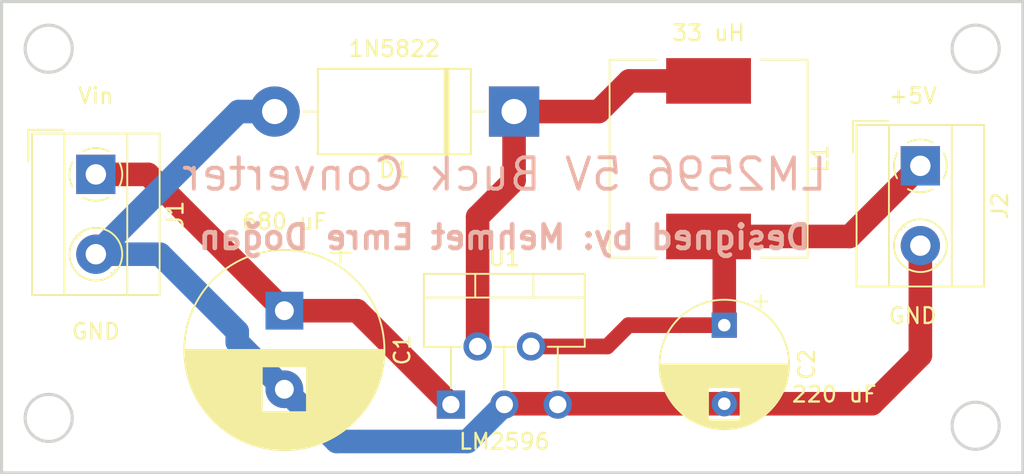
<source format=kicad_pcb>
(kicad_pcb (version 20211014) (generator pcbnew)
  (title_block (title "LM2596 Based 5V Regulator") (date "2022-02-27") (rev "v1.0") (comment 1 "creativecommons.org/licenses/by/4.0/") (comment 2 "License: CC BY 4.0") (comment 3 "Author: Mehmet Emre Doğan"))
  (layers (0 "F.Cu" power) (31 "B.Cu" power) (34 "B.Paste" user) (35 "F.Paste" user) (36 "B.SilkS" user "B.Silkscreen") (37 "F.SilkS" user "F.Silkscreen") (38 "B.Mask" user) (39 "F.Mask" user) (44 "Edge.Cuts" user))
  (net 0 "")
  (net 1 "VCC")
  (net 2 "GND")
  (net 3 "Net-(C2-Pad1)")
  (net 4 "Net-(D1-Pad1)")
  (footprint "TerminalBlock_MetzConnect:TerminalBlock_MetzConnect_Type101_RT01602HBWC_1x02_P5.08mm_Horizontal" (layer "F.Cu") (at 157.48 95.455 -90)
    (fp_text reference "J2" (at 2.54 -5.06 90) (layer "F.SilkS"))
    (fp_text value "Output")
    (fp_line (start -2.6 -2) (end 7.68 -2) (layer "F.SilkS") (width 0.12))
    (fp_line (start -2.6 2) (end 7.68 2) (layer "F.SilkS") (width 0.12))
    (fp_line (start -2.6 -4.06) (end -2.6 4.06) (layer "F.SilkS") (width 0.12))
    (fp_line (start -2.84 4.3) (end -0.84 4.3) (layer "F.SilkS") (width 0.12))
    (fp_line (start 3.9 0.976) (end 3.806 1.069) (layer "F.SilkS") (width 0.12))
    (fp_line (start -2.6 4.06) (end 7.68 4.06) (layer "F.SilkS") (width 0.12))
    (fp_line (start 6.355 -1.069) (end 6.261 -0.976) (layer "F.SilkS") (width 0.12))
    (fp_line (start 4.07 1.216) (end 4.011 1.274) (layer "F.SilkS") (width 0.12))
    (fp_line (start 7.68 -4.06) (end 7.68 4.06) (layer "F.SilkS") (width 0.12))
    (fp_line (start -2.6 -4.06) (end 7.68 -4.06) (layer "F.SilkS") (width 0.12))
    (fp_line (start -2.84 2.06) (end -2.84 4.3) (layer "F.SilkS") (width 0.12))
    (fp_line (start 6.15 -1.275) (end 6.091 -1.216) (layer "F.SilkS") (width 0.12))
    (fp_arc (start -0.789089 -1.483953) (mid -0.00005 -1.680708) (end 0.789 -1.484) (layer "F.SilkS") (width 0.12))
    (fp_arc (start 1.483953 -0.789089) (mid 1.680708 -0.00005) (end 1.484 0.789) (layer "F.SilkS") (width 0.12))
    (fp_arc (start 0.788712 1.483352) (mid 0.406429 1.630097) (end 0 1.68) (layer "F.SilkS") (width 0.12))
    (fp_arc (start 0.029383 1.68045) (mid -0.392304 1.634281) (end -0.789 1.484) (layer "F.SilkS") (width 0.12))
    (fp_arc (start -1.483953 0.789089) (mid -1.680708 0.00005) (end -1.484 -0.789) (layer "F.SilkS") (width 0.12))
    (fp_circle (center 5.08 0) (end 6.76 0) (layer "F.SilkS") (width 0.12) (fill none))
    (pad "1" thru_hole rect (at 0 0 270) (size 2.5 2.5) (drill 1.3) (layers *.Cu *.Mask) (net 3 "Net-(C2-Pad1)"))
    (pad "2" thru_hole circle (at 5.08 0 270) (size 2.5 2.5) (drill 1.3) (layers *.Cu *.Mask) (net 2 "GND"))
  )
  (footprint "Package_TO_SOT_THT:TO-220-5_P3.4x3.7mm_StaggerOdd_Lead3.8mm_Vertical" (layer "F.Cu") (at 127.6 110.65)
    (fp_text reference "U1" (at 3.4 -9.32) (layer "F.SilkS"))
    (fp_text value "LM2596T-5")
    (fp_line (start 8.52 -8.32) (end 8.52 -3.679) (layer "F.SilkS") (width 0.12))
    (fp_line (start 0 -3.679) (end 0 -1.049) (layer "F.SilkS") (width 0.12))
    (fp_line (start 6.8 -3.679) (end 6.8 -1.065) (layer "F.SilkS") (width 0.12))
    (fp_line (start -1.721 -6.811) (end 8.52 -6.811) (layer "F.SilkS") (width 0.12))
    (fp_line (start 2.765 -3.679) (end 4.035 -3.679) (layer "F.SilkS") (width 0.12))
    (fp_line (start 3.4 -3.679) (end 3.4 -1.065) (layer "F.SilkS") (width 0.12))
    (fp_line (start 6.165 -3.679) (end 8.52 -3.679) (layer "F.SilkS") (width 0.12))
    (fp_line (start -1.721 -3.679) (end 0.635 -3.679) (layer "F.SilkS") (width 0.12))
    (fp_line (start 5.25 -8.32) (end 5.25 -6.811) (layer "F.SilkS") (width 0.12))
    (fp_line (start 1.55 -8.32) (end 1.55 -6.811) (layer "F.SilkS") (width 0.12))
    (fp_line (start -1.721 -8.32) (end 8.52 -8.32) (layer "F.SilkS") (width 0.12))
    (fp_line (start -1.721 -8.32) (end -1.721 -3.679) (layer "F.SilkS") (width 0.12))
    (pad "1" thru_hole rect (at 0 0) (size 1.8 1.8) (drill 1.1) (layers *.Cu *.Mask) (net 1 "VCC"))
    (pad "2" thru_hole oval (at 1.7 -3.7) (size 1.8 1.8) (drill 1.1) (layers *.Cu *.Mask) (net 4 "Net-(D1-Pad1)"))
    (pad "3" thru_hole oval (at 3.4 0) (size 1.8 1.8) (drill 1.1) (layers *.Cu *.Mask) (net 2 "GND"))
    (pad "4" thru_hole oval (at 5.1 -3.7) (size 1.8 1.8) (drill 1.1) (layers *.Cu *.Mask) (net 3 "Net-(C2-Pad1)"))
    (pad "5" thru_hole oval (at 6.8 0) (size 1.8 1.8) (drill 1.1) (layers *.Cu *.Mask) (net 2 "GND"))
  )
  (footprint "Capacitor_THT:CP_Radial_D8.0mm_P5.00mm" (layer "F.Cu") (at 145 105.597349 -90)
    (fp_text reference "C2" (at 2.5 -5.25 90) (layer "F.SilkS"))
    (fp_text value "220uF")
    (fp_line (start 4.981 1.04) (end 4.981 3.25) (layer "F.SilkS") (width 0.12))
    (fp_line (start 5.101 1.04) (end 5.101 3.156) (layer "F.SilkS") (width 0.12))
    (fp_line (start 3.381 -3.985) (end 3.381 3.985) (layer "F.SilkS") (width 0.12))
    (fp_line (start 4.501 -3.562) (end 4.501 -1.04) (layer "F.SilkS") (width 0.12))
    (fp_line (start 4.901 1.04) (end 4.901 3.309) (layer "F.SilkS") (width 0.12))
    (fp_line (start 6.261 -1.645) (end 6.261 1.645) (layer "F.SilkS") (width 0.12))
    (fp_line (start 2.66 -4.077) (end 2.66 4.077) (layer "F.SilkS") (width 0.12))
    (fp_line (start 3.421 -3.976) (end 3.421 3.976) (layer "F.SilkS") (width 0.12))
    (fp_line (start 2.98 -4.052) (end 2.98 4.052) (layer "F.SilkS") (width 0.12))
    (fp_line (start 4.661 1.04) (end 4.661 3.469) (layer "F.SilkS") (width 0.12))
    (fp_line (start 3.941 -3.821) (end 3.941 3.821) (layer "F.SilkS") (width 0.12))
    (fp_line (start 6.181 -1.813) (end 6.181 1.813) (layer "F.SilkS") (width 0.12))
    (fp_line (start 6.501 -0.948) (end 6.501 0.948) (layer "F.SilkS") (width 0.12))
    (fp_line (start 3.901 -3.835) (end 3.901 3.835) (layer "F.SilkS") (width 0.12))
    (fp_line (start 5.341 -2.945) (end 5.341 -1.04) (layer "F.SilkS") (width 0.12))
    (fp_line (start -1.509698 -2.715) (end -1.509698 -1.915) (layer "F.SilkS") (width 0.12))
    (fp_line (start 4.181 -3.722) (end 4.181 -1.04) (layer "F.SilkS") (width 0.12))
    (fp_line (start 5.861 1.04) (end 5.861 2.345) (layer "F.SilkS") (width 0.12))
    (fp_line (start 5.981 -2.166) (end 5.981 -1.04) (layer "F.SilkS") (width 0.12))
    (fp_line (start 5.581 1.04) (end 5.581 2.697) (layer "F.SilkS") (width 0.12))
    (fp_line (start 4.821 1.04) (end 4.821 3.365) (layer "F.SilkS") (width 0.12))
    (fp_line (start 5.381 -2.907) (end 5.381 -1.04) (layer "F.SilkS") (width 0.12))
    (fp_line (start 3.741 -3.889) (end 3.741 3.889) (layer "F.SilkS") (width 0.12))
    (fp_line (start 5.061 -3.189) (end 5.061 -1.04) (layer "F.SilkS") (width 0.12))
    (fp_line (start 4.101 1.04) (end 4.101 3.757) (layer "F.SilkS") (width 0.12))
    (fp_line (start 5.261 -3.019) (end 5.261 -1.04) (layer "F.SilkS") (width 0.12))
    (fp_line (start 5.621 -2.651) (end 5.621 -1.04) (layer "F.SilkS") (width 0.12))
    (fp_line (start 4.821 -3.365) (end 4.821 -1.04) (layer "F.SilkS") (width 0.12))
    (fp_line (start 2.94 -4.057) (end 2.94 4.057) (layer "F.SilkS") (width 0.12))
    (fp_line (start 5.821 1.04) (end 5.821 2.4) (layer "F.SilkS") (width 0.12))
    (fp_line (start 4.021 -3.79) (end 4.021 -1.04) (layer "F.SilkS") (width 0.12))
    (fp_line (start 3.621 -3.925) (end 3.621 3.925) (layer "F.SilkS") (width 0.12))
    (fp_line (start 5.341 1.04) (end 5.341 2.945) (layer "F.SilkS") (width 0.12))
    (fp_line (start 5.181 1.04) (end 5.181 3.09) (layer "F.SilkS") (width 0.12))
    (fp_line (start 3.781 -3.877) (end 3.781 3.877) (layer "F.SilkS") (width 0.12))
    (fp_line (start 6.221 -1.731) (end 6.221 1.731) (layer "F.SilkS") (width 0.12))
    (fp_line (start 4.221 1.04) (end 4.221 3.704) (layer "F.SilkS") (width 0.12))
    (fp_line (start 5.501 1.04) (end 5.501 2.784) (layer "F.SilkS") (width 0.12))
    (fp_line (start 4.141 -3.74) (end 4.141 -1.04) (layer "F.SilkS") (width 0.12))
    (fp_line (start 3.06 -4.042) (end 3.06 4.042) (layer "F.SilkS") (width 0.12))
    (fp_line (start 4.141 1.04) (end 4.141 3.74) (layer "F.SilkS") (width 0.12))
    (fp_line (start 5.701 1.04) (end 5.701 2.556) (layer "F.SilkS") (width 0.12))
    (fp_line (start 3.1 -4.037) (end 3.1 4.037) (layer "F.SilkS") (width 0.12))
    (fp_line (start 4.901 -3.309) (end 4.901 -1.04) (layer "F.SilkS") (width 0.12))
    (fp_line (start 6.301 -1.552) (end 6.301 1.552) (layer "F.SilkS") (width 0.12))
    (fp_line (start 2.5 -4.08) (end 2.5 4.08) (layer "F.SilkS") (width 0.12))
    (fp_line (start 5.221 1.04) (end 5.221 3.055) (layer "F.SilkS") (width 0.12))
    (fp_line (start 4.381 1.04) (end 4.381 3.627) (layer "F.SilkS") (width 0.12))
    (fp_line (start 5.741 1.04) (end 5.741 2.505) (layer "F.SilkS") (width 0.12))
    (fp_line (start 5.821 -2.4) (end 5.821 -1.04) (layer "F.SilkS") (width 0.12))
    (fp_line (start 4.261 -3.686) (end 4.261 -1.04) (layer "F.SilkS") (width 0.12))
    (fp_line (start 3.861 -3.85) (end 3.861 3.85) (layer "F.SilkS") (width 0.12))
    (fp_line (start 4.261 1.04) (end 4.261 3.686) (layer "F.SilkS") (width 0.12))
    (fp_line (start 5.101 -3.156) (end 5.101 -1.04) (layer "F.SilkS") (width 0.12))
    (fp_line (start 4.541 -3.54) (end 4.541 -1.04) (layer "F.SilkS") (width 0.12))
    (fp_line (start 4.581 -3.517) (end 4.581 -1.04) (layer "F.SilkS") (width 0.12))
    (fp_line (start 4.301 1.04) (end 4.301 3.666) (layer "F.SilkS") (width 0.12))
    (fp_line (start 4.341 1.04) (end 4.341 3.647) (layer "F.SilkS") (width 0.12))
    (fp_line (start 3.541 -3.947) (end 3.541 3.947) (layer "F.SilkS") (width 0.12))
    (fp_line (start 5.461 -2.826) (end 5.461 -1.04) (layer "F.SilkS") (width 0.12))
    (fp_line (start 4.021 1.04) (end 4.021 3.79) (layer "F.SilkS") (width 0.12))
    (fp_line (start 2.82 -4.068) (end 2.82 4.068) (layer "F.SilkS") (width 0.12))
    (fp_line (start 6.021 1.04) (end 6.021 2.102) (layer "F.SilkS") (width 0.12))
    (fp_line (start 3.821 -3.863) (end 3.821 3.863) (layer "F.SilkS") (width 0.12))
    (fp_line (start 2.54 -4.08) (end 2.54 4.08) (layer "F.SilkS") (width 0.12))
    (fp_line (start 4.301 -3.666) (end 4.301 -1.04) (layer "F.SilkS") (width 0.12))
    (fp_line (start 3.14 -4.03) (end 3.14 4.03) (layer "F.SilkS") (width 0.12))
    (fp_line (start 3.701 -3.902) (end 3.701 3.902) (layer "F.SilkS") (width 0.12))
    (fp_line (start 4.941 -3.28) (end 4.941 -1.04) (layer "F.SilkS") (width 0.12))
    (fp_line (start 6.421 -1.229) (end 6.421 1.229) (layer "F.SilkS") (width 0.12))
    (fp_line (start 4.621 -3.493) (end 4.621 -1.04) (layer "F.SilkS") (width 0.12))
    (fp_line (start 3.501 -3.957) (end 3.501 3.957) (layer "F.SilkS") (width 0.12))
    (fp_line (start 2.58 -4.08) (end 2.58 4.08) (layer "F.SilkS") (width 0.12))
    (fp_line (start 5.301 1.04) (end 5.301 2.983) (layer "F.SilkS") (width 0.12))
    (fp_line (start 5.021 1.04) (end 5.021 3.22) (layer "F.SilkS") (width 0.12))
    (fp_line (start 5.181 -3.09) (end 5.181 -1.04) (layer "F.SilkS") (width 0.12))
    (fp_line (start 6.021 -2.102) (end 6.021 -1.04) (layer "F.SilkS") (width 0.12))
    (fp_line (start 5.701 -2.556) (end 5.701 -1.04) (layer "F.SilkS") (width 0.12))
    (fp_line (start 5.901 1.04) (end 5.901 2.287) (layer "F.SilkS") (width 0.12))
    (fp_line (start -1.909698 -2.315) (end -1.109698 -2.315) (layer "F.SilkS") (width 0.12))
    (fp_line (start 3.461 -3.967) (end 3.461 3.967) (layer "F.SilkS") (width 0.12))
    (fp_line (start 3.02 -4.048) (end 3.02 4.048) (layer "F.SilkS") (width 0.12))
    (fp_line (start 5.941 -2.228) (end 5.941 -1.04) (layer "F.SilkS") (width 0.12))
    (fp_line (start 5.901 -2.287) (end 5.901 -1.04) (layer "F.SilkS") (width 0.12))
    (fp_line (start 3.981 -3.805) (end 3.981 -1.04) (layer "F.SilkS") (width 0.12))
    (fp_line (start 2.78 -4.071) (end 2.78 4.071) (layer "F.SilkS") (width 0.12))
    (fp_line (start 5.221 -3.055) (end 5.221 -1.04) (layer "F.SilkS") (width 0.12))
    (fp_line (start 4.701 -3.444) (end 4.701 -1.04) (layer "F.SilkS") (width 0.12))
    (fp_line (start 5.541 -2.741) (end 5.541 -1.04) (layer "F.SilkS") (width 0.12))
    (fp_line (start 4.861 1.04) (end 4.861 3.338) (layer "F.SilkS") (width 0.12))
    (fp_line (start 4.781 1.04) (end 4.781 3.392) (layer "F.SilkS") (width 0.12))
    (fp_line (start 6.341 -1.453) (end 6.341 1.453) (layer "F.SilkS") (width 0.12))
    (fp_line (start 6.101 -1.964) (end 6.101 1.964) (layer "F.SilkS") (width 0.12))
    (fp_line (start 4.621 1.04) (end 4.621 3.493) (layer "F.SilkS") (width 0.12))
    (fp_line (start 6.461 -1.098) (end 6.461 1.098) (layer "F.SilkS") (width 0.12))
    (fp_line (start 5.421 1.04) (end 5.421 2.867) (layer "F.SilkS") (width 0.12))
    (fp_line (start 4.101 -3.757) (end 4.101 -1.04) (layer "F.SilkS") (width 0.12))
    (fp_line (start 4.221 -3.704) (end 4.221 -1.04) (layer "F.SilkS") (width 0.12))
    (fp_line (start 5.781 -2.454) (end 5.781 -1.04) (layer "F.SilkS") (width 0.12))
    (fp_line (start 5.781 1.04) (end 5.781 2.454) (layer "F.SilkS") (width 0.12))
    (fp_line (start 2.9 -4.061) (end 2.9 4.061) (layer "F.SilkS") (width 0.12))
    (fp_line (start 4.661 -3.469) (end 4.661 -1.04) (layer "F.SilkS") (width 0.12))
    (fp_line (start 2.86 -4.065) (end 2.86 4.065) (layer "F.SilkS") (width 0.12))
    (fp_line (start 4.941 1.04) (end 4.941 3.28) (layer "F.SilkS") (width 0.12))
    (fp_line (start 5.461 1.04) (end 5.461 2.826) (layer "F.SilkS") (width 0.12))
    (fp_line (start 4.421 -3.606) (end 4.421 -1.04) (layer "F.SilkS") (width 0.12))
    (fp_line (start 4.381 -3.627) (end 4.381 -1.04) (layer "F.SilkS") (width 0.12))
    (fp_line (start 5.501 -2.784) (end 5.501 -1.04) (layer "F.SilkS") (width 0.12))
    (fp_line (start 5.581 -2.697) (end 5.581 -1.04) (layer "F.SilkS") (width 0.12))
    (fp_line (start 4.981 -3.25) (end 4.981 -1.04) (layer "F.SilkS") (width 0.12))
    (fp_line (start 3.261 -4.01) (end 3.261 4.01) (layer "F.SilkS") (width 0.12))
    (fp_line (start 5.381 1.04) (end 5.381 2.907) (layer "F.SilkS") (width 0.12))
    (fp_line (start 4.061 -3.774) (end 4.061 -1.04) (layer "F.SilkS") (width 0.12))
    (fp_line (start 4.421 1.04) (end 4.421 3.606) (layer "F.SilkS") (width 0.12))
    (fp_line (start 2.62 -4.079) (end 2.62 4.079) (layer "F.SilkS") (width 0.12))
    (fp_line (start 5.661 1.04) (end 5.661 2.604) (layer "F.SilkS") (width 0.12))
    (fp_line (start 3.341 -3.994) (end 3.341 3.994) (layer "F.SilkS") (width 0.12))
    (fp_line (start 4.181 1.04) (end 4.181 3.722) (layer "F.SilkS") (width 0.12))
    (fp_line (start 4.781 -3.392) (end 4.781 -1.04) (layer "F.SilkS") (width 0.12))
    (fp_line (start 5.301 -2.983) (end 5.301 -1.04) (layer "F.SilkS") (width 0.12))
    (fp_line (start 3.661 -3.914) (end 3.661 3.914) (layer "F.SilkS") (width 0.12))
    (fp_line (start 6.581 -0.533) (end 6.581 0.533) (layer "F.SilkS") (width 0.12))
    (fp_line (start 3.981 1.04) (end 3.981 3.805) (layer "F.SilkS") (width 0.12))
    (fp_line (start 3.18 -4.024) (end 3.18 4.024) (layer "F.SilkS") (width 0.12))
    (fp_line (start 4.741 1.04) (end 4.741 3.418) (layer "F.SilkS") (width 0.12))
    (fp_line (start 6.381 -1.346) (end 6.381 1.346) (layer "F.SilkS") (width 0.12))
    (fp_line (start 5.941 1.04) (end 5.941 2.228) (layer "F.SilkS") (width 0.12))
    (fp_line (start 5.981 1.04) (end 5.981 2.166) (layer "F.SilkS") (width 0.12))
    (fp_line (start 5.061 1.04) (end 5.061 3.189) (layer "F.SilkS") (width 0.12))
    (fp_line (start 4.741 -3.418) (end 4.741 -1.04) (layer "F.SilkS") (width 0.12))
    (fp_line (start 2.7 -4.076) (end 2.7 4.076) (layer "F.SilkS") (width 0.12))
    (fp_line (start 5.661 -2.604) (end 5.661 -1.04) (layer "F.SilkS") (width 0.12))
    (fp_line (start 6.541 -0.768) (end 6.541 0.768) (layer "F.SilkS") (width 0.12))
    (fp_line (start 4.461 1.04) (end 4.461 3.584) (layer "F.SilkS") (width 0.12))
    (fp_line (start 2.74 -4.074) (end 2.74 4.074) (layer "F.SilkS") (width 0.12))
    (fp_line (start 3.221 -4.017) (end 3.221 4.017) (layer "F.SilkS") (width 0.12))
    (fp_line (start 4.341 -3.647) (end 4.341 -1.04) (layer "F.SilkS") (width 0.12))
    (fp_line (start 3.581 -3.936) (end 3.581 3.936) (layer "F.SilkS") (width 0.12))
    (fp_line (start 6.141 -1.89) (end 6.141 1.89) (layer "F.SilkS") (width 0.12))
    (fp_line (start 5.541 1.04) (end 5.541 2.741) (layer "F.SilkS") (width 0.12))
    (fp_line (start 6.061 -2.034) (end 6.061 2.034) (layer "F.SilkS") (width 0.12))
    (fp_line (start 5.741 -2.505) (end 5.741 -1.04) (layer "F.SilkS") (width 0.12))
    (fp_line (start 5.621 1.04) (end 5.621 2.651) (layer "F.SilkS") (width 0.12))
    (fp_line (start 4.861 -3.338) (end 4.861 -1.04) (layer "F.SilkS") (width 0.12))
    (fp_line (start 5.021 -3.22) (end 5.021 -1.04) (layer "F.SilkS") (width 0.12))
    (fp_line (start 4.501 1.04) (end 4.501 3.562) (layer "F.SilkS") (width 0.12))
    (fp_line (start 5.141 -3.124) (end 5.141 -1.04) (layer "F.SilkS") (width 0.12))
    (fp_line (start 4.461 -3.584) (end 4.461 -1.04) (layer "F.SilkS") (width 0.12))
    (fp_line (start 5.861 -2.345) (end 5.861 -1.04) (layer "F.SilkS") (width 0.12))
    (fp_line (start 4.061 1.04) (end 4.061 3.774) (layer "F.SilkS") (width 0.12))
    (fp_line (start 4.541 1.04) (end 4.541 3.54) (layer "F.SilkS") (width 0.12))
    (fp_line (start 4.581 1.04) (end 4.581 3.517) (layer "F.SilkS") (width 0.12))
    (fp_line (start 5.261 1.04) (end 5.261 3.019) (layer "F.SilkS") (width 0.12))
    (fp_line (start 4.701 1.04) (end 4.701 3.444) (layer "F.SilkS") (width 0.12))
    (fp_line (start 5.141 1.04) (end 5.141 3.124) (layer "F.SilkS") (width 0.12))
    (fp_line (start 3.301 -4.002) (end 3.301 4.002) (layer "F.SilkS") (width 0.12))
    (fp_line (start 5.421 -2.867) (end 5.421 -1.04) (layer "F.SilkS") (width 0.12))
    (fp_circle (center 2.5 0) (end 6.62 0) (layer "F.SilkS") (width 0.12) (fill none))
    (pad "1" thru_hole rect (at 0 0 270) (size 1.6 1.6) (drill 0.8) (layers *.Cu *.Mask) (net 3 "Net-(C2-Pad1)"))
    (pad "2" thru_hole circle (at 5 0 270) (size 1.6 1.6) (drill 0.8) (layers *.Cu *.Mask) (net 2 "GND"))
  )
  (footprint "TerminalBlock_MetzConnect:TerminalBlock_MetzConnect_Type101_RT01602HBWC_1x02_P5.08mm_Horizontal" (layer "F.Cu") (at 105 96 -90)
    (fp_text reference "J1" (at 2.54 -5.06 90) (layer "F.SilkS"))
    (fp_text value "Input")
    (fp_line (start -2.84 2.06) (end -2.84 4.3) (layer "F.SilkS") (width 0.12))
    (fp_line (start -2.6 4.06) (end 7.68 4.06) (layer "F.SilkS") (width 0.12))
    (fp_line (start 6.355 -1.069) (end 6.261 -0.976) (layer "F.SilkS") (width 0.12))
    (fp_line (start -2.6 -4.06) (end 7.68 -4.06) (layer "F.SilkS") (width 0.12))
    (fp_line (start -2.6 -2) (end 7.68 -2) (layer "F.SilkS") (width 0.12))
    (fp_line (start -2.84 4.3) (end -0.84 4.3) (layer "F.SilkS") (width 0.12))
    (fp_line (start -2.6 2) (end 7.68 2) (layer "F.SilkS") (width 0.12))
    (fp_line (start 4.07 1.216) (end 4.011 1.274) (layer "F.SilkS") (width 0.12))
    (fp_line (start -2.6 -4.06) (end -2.6 4.06) (layer "F.SilkS") (width 0.12))
    (fp_line (start 3.9 0.976) (end 3.806 1.069) (layer "F.SilkS") (width 0.12))
    (fp_line (start 7.68 -4.06) (end 7.68 4.06) (layer "F.SilkS") (width 0.12))
    (fp_line (start 6.15 -1.275) (end 6.091 -1.216) (layer "F.SilkS") (width 0.12))
    (fp_arc (start -0.789089 -1.483953) (mid -0.00005 -1.680708) (end 0.789 -1.484) (layer "F.SilkS") (width 0.12))
    (fp_arc (start 0.029383 1.68045) (mid -0.392304 1.634281) (end -0.789 1.484) (layer "F.SilkS") (width 0.12))
    (fp_arc (start 0.788712 1.483352) (mid 0.406429 1.630097) (end 0 1.68) (layer "F.SilkS") (width 0.12))
    (fp_arc (start -1.483953 0.789089) (mid -1.680708 0.00005) (end -1.484 -0.789) (layer "F.SilkS") (width 0.12))
    (fp_arc (start 1.483953 -0.789089) (mid 1.680708 -0.00005) (end 1.484 0.789) (layer "F.SilkS") (width 0.12))
    (fp_circle (center 5.08 0) (end 6.76 0) (layer "F.SilkS") (width 0.12) (fill none))
    (pad "1" thru_hole rect (at 0 0 270) (size 2.5 2.5) (drill 1.3) (layers *.Cu *.Mask) (net 1 "VCC"))
    (pad "2" thru_hole circle (at 5.08 0 270) (size 2.5 2.5) (drill 1.3) (layers *.Cu *.Mask) (net 2 "GND"))
  )
  (footprint "Diode_THT:D_DO-201AD_P15.24mm_Horizontal" (layer "F.Cu") (at 131.62 92 180)
    (fp_text reference "D1" (at 7.62 -3.72) (layer "F.SilkS"))
    (fp_text value "1N5822")
    (fp_line (start 13.4 0) (end 12.49 0) (layer "F.SilkS") (width 0.12))
    (fp_line (start 12.49 2.72) (end 12.49 -2.72) (layer "F.SilkS") (width 0.12))
    (fp_line (start 4.415 -2.72) (end 4.415 2.72) (layer "F.SilkS") (width 0.12))
    (fp_line (start 4.295 -2.72) (end 4.295 2.72) (layer "F.SilkS") (width 0.12))
    (fp_line (start 1.84 0) (end 2.75 0) (layer "F.SilkS") (width 0.12))
    (fp_line (start 2.75 2.72) (end 12.49 2.72) (layer "F.SilkS") (width 0.12))
    (fp_line (start 2.75 -2.72) (end 2.75 2.72) (layer "F.SilkS") (width 0.12))
    (fp_line (start 12.49 -2.72) (end 2.75 -2.72) (layer "F.SilkS") (width 0.12))
    (fp_line (start 4.175 -2.72) (end 4.175 2.72) (layer "F.SilkS") (width 0.12))
    (pad "1" thru_hole rect (at 0 0 180) (size 3.2 3.2) (drill 1.6) (layers *.Cu *.Mask) (net 4 "Net-(D1-Pad1)"))
    (pad "2" thru_hole oval (at 15.24 0 180) (size 3.2 3.2) (drill 1.6) (layers *.Cu *.Mask) (net 2 "GND"))
  )
  (footprint "Inductor_SMD:L_12x12mm_H6mm" (layer "F.Cu") (at 144 95 -90)
    (fp_text reference "L1" (at 0 -7.1 90) (layer "F.SilkS"))
    (fp_text value "33 uH")
    (fp_line (start 6.3 -6.3) (end 6.3 -3.3) (layer "F.SilkS") (width 0.12))
    (fp_line (start -6.3 -3.3) (end -6.3 -6.3) (layer "F.SilkS") (width 0.12))
    (fp_line (start -6.3 6.3) (end -6.3 3.3) (layer "F.SilkS") (width 0.12))
    (fp_line (start 6.3 3.3) (end 6.3 6.3) (layer "F.SilkS") (width 0.12))
    (fp_line (start -6.3 -6.3) (end 6.3 -6.3) (layer "F.SilkS") (width 0.12))
    (fp_line (start 6.3 6.3) (end -6.3 6.3) (layer "F.SilkS") (width 0.12))
    (pad "1" smd rect (at -4.95 0 270) (size 2.9 5.4) (layers "F.Cu" "F.Paste" "F.Mask") (net 4 "Net-(D1-Pad1)"))
    (pad "2" smd rect (at 4.95 0 270) (size 2.9 5.4) (layers "F.Cu" "F.Paste" "F.Mask") (net 3 "Net-(C2-Pad1)"))
  )
  (footprint "Capacitor_THT:CP_Radial_D12.5mm_P5.00mm" (layer "F.Cu") (at 117 104.676041 -90)
    (fp_text reference "C1" (at 2.5 -7.5 90) (layer "F.SilkS"))
    (fp_text value "680uF")
    (fp_line (start 8.421 -2.312) (end 8.421 2.312) (layer "F.SilkS") (width 0.12))
    (fp_line (start 4.541 1.44) (end 4.541 5.995) (layer "F.SilkS") (width 0.12))
    (fp_line (start 4.981 -5.828) (end 4.981 -1.44) (layer "F.SilkS") (width 0.12))
    (fp_line (start 5.821 1.44) (end 5.821 5.397) (layer "F.SilkS") (width 0.12))
    (fp_line (start 6.381 -5.012) (end 6.381 -1.44) (layer "F.SilkS") (width 0.12))
    (fp_line (start 7.021 -4.449) (end 7.021 4.449) (layer "F.SilkS") (width 0.12))
    (fp_line (start 5.661 1.44) (end 5.661 5.491) (layer "F.SilkS") (width 0.12))
    (fp_line (start 5.781 -5.421) (end 5.781 -1.44) (layer "F.SilkS") (width 0.12))
    (fp_line (start 3.781 -6.201) (end 3.781 -1.44) (layer "F.SilkS") (width 0.12))
    (fp_line (start 8.341 -2.504) (end 8.341 2.504) (layer "F.SilkS") (width 0.12))
    (fp_line (start 3.06 -6.306) (end 3.06 6.306) (layer "F.SilkS") (width 0.12))
    (fp_line (start 6.501 -4.918) (end 6.501 4.918) (layer "F.SilkS") (width 0.12))
    (fp_line (start 6.221 1.44) (end 6.221 5.131) (layer "F.SilkS") (width 0.12))
    (fp_line (start 8.021 -3.14) (end 8.021 3.14) (layer "F.SilkS") (width 0.12))
    (fp_line (start 7.061 -4.408) (end 7.061 4.408) (layer "F.SilkS") (width 0.12))
    (fp_line (start 4.301 1.44) (end 4.301 6.071) (layer "F.SilkS") (width 0.12))
    (fp_line (start 3.541 -6.245) (end 3.541 6.245) (layer "F.SilkS") (width 0.12))
    (fp_line (start 4.701 1.44) (end 4.701 5.939) (layer "F.SilkS") (width 0.12))
    (fp_line (start 5.181 1.44) (end 5.181 5.739) (layer "F.SilkS") (width 0.12))
    (fp_line (start 8.861 -0.317) (end 8.861 0.317) (layer "F.SilkS") (width 0.12))
    (fp_line (start 7.661 -3.696) (end 7.661 3.696) (layer "F.SilkS") (width 0.12))
    (fp_line (start 4.221 1.44) (end 4.221 6.094) (layer "F.SilkS") (width 0.12))
    (fp_line (start 5.021 -5.811) (end 5.021 -1.44) (layer "F.SilkS") (width 0.12))
    (fp_line (start 5.661 -5.491) (end 5.661 -1.44) (layer "F.SilkS") (width 0.12))
    (fp_line (start 6.141 -5.188) (end 6.141 -1.44) (layer "F.SilkS") (width 0.12))
    (fp_line (start 3.301 -6.28) (end 3.301 6.28) (layer "F.SilkS") (width 0.12))
    (fp_line (start 3.261 -6.285) (end 3.261 6.285) (layer "F.SilkS") (width 0.12))
    (fp_line (start 5.301 -5.682) (end 5.301 -1.44) (layer "F.SilkS") (width 0.12))
    (fp_line (start 5.541 1.44) (end 5.541 5.558) (layer "F.SilkS") (width 0.12))
    (fp_line (start 5.701 1.44) (end 5.701 5.468) (layer "F.SilkS") (width 0.12))
    (fp_line (start 4.341 -6.059) (end 4.341 -1.44) (layer "F.SilkS") (width 0.12))
    (fp_line (start 8.141 -2.921) (end 8.141 2.921) (layer "F.SilkS") (width 0.12))
    (fp_line (start 6.061 -5.243) (end 6.061 -1.44) (layer "F.SilkS") (width 0.12))
    (fp_line (start 4.501 -6.008) (end 4.501 -1.44) (layer "F.SilkS") (width 0.12))
    (fp_line (start 8.501 -2.1) (end 8.501 2.1) (layer "F.SilkS") (width 0.12))
    (fp_line (start 4.621 -5.967) (end 4.621 -1.44) (layer "F.SilkS") (width 0.12))
    (fp_line (start 6.101 1.44) (end 6.101 5.216) (layer "F.SilkS") (width 0.12))
    (fp_line (start 5.341 -5.662) (end 5.341 -1.44) (layer "F.SilkS") (width 0.12))
    (fp_line (start 4.741 1.44) (end 4.741 5.924) (layer "F.SilkS") (width 0.12))
    (fp_line (start 5.701 -5.468) (end 5.701 -1.44) (layer "F.SilkS") (width 0.12))
    (fp_line (start 4.021 -6.146) (end 4.021 -1.44) (layer "F.SilkS") (width 0.12))
    (fp_line (start 3.02 -6.309) (end 3.02 6.309) (layer "F.SilkS") (width 0.12))
    (fp_line (start 5.301 1.44) (end 5.301 5.682) (layer "F.SilkS") (width 0.12))
    (fp_line (start 6.901 -4.567) (end 6.901 4.567) (layer "F.SilkS") (width 0.12))
    (fp_line (start 4.181 -6.105) (end 4.181 -1.44) (layer "F.SilkS") (width 0.12))
    (fp_line (start 5.461 -5.601) (end 5.461 -1.44) (layer "F.SilkS") (width 0.12))
    (fp_line (start 4.901 -5.861) (end 4.901 -1.44) (layer "F.SilkS") (width 0.12))
    (fp_line (start 3.701 -6.216) (end 3.701 -1.44) (layer "F.SilkS") (width 0.12))
    (fp_line (start 7.421 -4.007) (end 7.421 4.007) (layer "F.SilkS") (width 0.12))
    (fp_line (start 4.421 1.44) (end 4.421 6.034) (layer "F.SilkS") (width 0.12))
    (fp_line (start 3.861 1.44) (end 3.861 6.184) (layer "F.SilkS") (width 0.12))
    (fp_line (start 3.701 1.44) (end 3.701 6.216) (layer "F.SilkS") (width 0.12))
    (fp_line (start 4.781 1.44) (end 4.781 5.908) (layer "F.SilkS") (width 0.12))
    (fp_line (start 7.821 -3.464) (end 7.821 3.464) (layer "F.SilkS") (width 0.12))
    (fp_line (start 2.98 -6.312) (end 2.98 6.312) (layer "F.SilkS") (width 0.12))
    (fp_line (start 3.741 -6.209) (end 3.741 -1.44) (layer "F.SilkS") (width 0.12))
    (fp_line (start 8.221 -2.764) (end 8.221 2.764) (layer "F.SilkS") (width 0.12))
    (fp_line (start 4.701 -5.939) (end 4.701 -1.44) (layer "F.SilkS") (width 0.12))
    (fp_line (start 4.061 -6.137) (end 4.061 -1.44) (layer "F.SilkS") (width 0.12))
    (fp_line (start 6.021 1.44) (end 6.021 5.27) (layer "F.SilkS") (width 0.12))
    (fp_line (start 4.261 1.44) (end 4.261 6.083) (layer "F.SilkS") (width 0.12))
    (fp_line (start 4.901 1.44) (end 4.901 5.861) (layer "F.SilkS") (width 0.12))
    (fp_line (start 7.101 -4.367) (end 7.101 4.367) (layer "F.SilkS") (width 0.12))
    (fp_line (start 6.461 -4.95) (end 6.461 4.95) (layer "F.SilkS") (width 0.12))
    (fp_line (start 2.94 -6.315) (end 2.94 6.315) (layer "F.SilkS") (width 0.12))
    (fp_line (start 6.861 -4.605) (end 6.861 4.605) (layer "F.SilkS") (width 0.12))
    (fp_line (start 8.381 -2.41) (end 8.381 2.41) (layer "F.SilkS") (width 0.12))
    (fp_line (start 6.421 -4.982) (end 6.421 -1.44) (layer "F.SilkS") (width 0.12))
    (fp_line (start 5.901 1.44) (end 5.901 5.347) (layer "F.SilkS") (width 0.12))
    (fp_line (start 5.981 -5.296) (end 5.981 -1.44) (layer "F.SilkS") (width 0.12))
    (fp_line (start 3.1 -6.302) (end 3.1 6.302) (layer "F.SilkS") (width 0.12))
    (fp_line (start 2.58 -6.33) (end 2.58 6.33) (layer "F.SilkS") (width 0.12))
    (fp_line (start 5.941 1.44) (end 5.941 5.322) (layer "F.SilkS") (width 0.12))
    (fp_line (start 5.061 -5.793) (end 5.061 -1.44) (layer "F.SilkS") (width 0.12))
    (fp_line (start 6.821 -4.642) (end 6.821 4.642) (layer "F.SilkS") (width 0.12))
    (fp_line (start 7.981 -3.208) (end 7.981 3.208) (layer "F.SilkS") (width 0.12))
    (fp_line (start -4.317082 -3.575) (end -3.067082 -3.575) (layer "F.SilkS") (width 0.12))
    (fp_line (start 5.821 -5.397) (end 5.821 -1.44) (layer "F.SilkS") (width 0.12))
    (fp_line (start 5.741 1.44) (end 5.741 5.445) (layer "F.SilkS") (width 0.12))
    (fp_line (start 6.781 -4.678) (end 6.781 4.678) (layer "F.SilkS") (width 0.12))
    (fp_line (start 7.781 -3.524) (end 7.781 3.524) (layer "F.SilkS") (width 0.12))
    (fp_line (start 3.941 1.44) (end 3.941 6.166) (layer "F.SilkS") (width 0.12))
    (fp_line (start 2.66 -6.328) (end 2.66 6.328) (layer "F.SilkS") (width 0.12))
    (fp_line (start 4.541 -5.995) (end 4.541 -1.44) (layer "F.SilkS") (width 0.12))
    (fp_line (start 4.621 1.44) (end 4.621 5.967) (layer "F.SilkS") (width 0.12))
    (fp_line (start 6.341 1.44) (end 6.341 5.043) (layer "F.SilkS") (width 0.12))
    (fp_line (start 6.661 -4.785) (end 6.661 4.785) (layer "F.SilkS") (width 0.12))
    (fp_line (start 4.581 1.44) (end 4.581 5.981) (layer "F.SilkS") (width 0.12))
    (fp_line (start 7.381 -4.055) (end 7.381 4.055) (layer "F.SilkS") (width 0.12))
    (fp_line (start 8.541 -1.984) (end 8.541 1.984) (layer "F.SilkS") (width 0.12))
    (fp_line (start 7.701 -3.64) (end 7.701 3.64) (layer "F.SilkS") (width 0.12))
    (fp_line (start 6.221 -5.131) (end 6.221 -1.44) (layer "F.SilkS") (width 0.12))
    (fp_line (start 6.061 1.44) (end 6.061 5.243) (layer "F.SilkS") (width 0.12))
    (fp_line (start 5.261 1.44) (end 5.261 5.702) (layer "F.SilkS") (width 0.12))
    (fp_line (start 4.141 -6.116) (end 4.141 -1.44) (layer "F.SilkS") (width 0.12))
    (fp_line (start 2.74 -6.326) (end 2.74 6.326) (layer "F.SilkS") (width 0.12))
    (fp_line (start 5.141 -5.758) (end 5.141 -1.44) (layer "F.SilkS") (width 0.12))
    (fp_line (start 7.141 -4.325) (end 7.141 4.325) (layer "F.SilkS") (width 0.12))
    (fp_line (start 3.581 -6.238) (end 3.581 -1.44) (layer "F.SilkS") (width 0.12))
    (fp_line (start 3.14 -6.298) (end 3.14 6.298) (layer "F.SilkS") (width 0.12))
    (fp_line (start 8.661 -1.583) (end 8.661 1.583) (layer "F.SilkS") (width 0.12))
    (fp_line (start 4.981 1.44) (end 4.981 5.828) (layer "F.SilkS") (width 0.12))
    (fp_line (start 6.741 -4.714) (end 6.741 4.714) (layer "F.SilkS") (width 0.12))
    (fp_line (start 5.621 1.44) (end 5.621 5.514) (layer "F.SilkS") (width 0.12))
    (fp_line (start 7.501 -3.907) (end 7.501 3.907) (layer "F.SilkS") (width 0.12))
    (fp_line (start 5.581 1.44) (end 5.581 5.536) (layer "F.SilkS") (width 0.12))
    (fp_line (start 5.901 -5.347) (end 5.901 -1.44) (layer "F.SilkS") (width 0.12))
    (fp_line (start 6.101 -5.216) (end 6.101 -1.44) (layer "F.SilkS") (width 0.12))
    (fp_line (start 8.061 -3.069) (end 8.061 3.069) (layer "F.SilkS") (width 0.12))
    (fp_line (start 4.941 1.44) (end 4.941 5.845) (layer "F.SilkS") (width 0.12))
    (fp_line (start 4.341 1.44) (end 4.341 6.059) (layer "F.SilkS") (width 0.12))
    (fp_line (start 5.261 -5.702) (end 5.261 -1.44) (layer "F.SilkS") (width 0.12))
    (fp_line (start 8.581 -1.861) (end 8.581 1.861) (layer "F.SilkS") (width 0.12))
    (fp_line (start 8.741 -1.241) (end 8.741 1.241) (layer "F.SilkS") (width 0.12))
    (fp_line (start 2.9 -6.318) (end 2.9 6.318) (layer "F.SilkS") (width 0.12))
    (fp_line (start 7.341 -4.102) (end 7.341 4.102) (layer "F.SilkS") (width 0.12))
    (fp_line (start 3.18 -6.294) (end 3.18 6.294) (layer "F.SilkS") (width 0.12))
    (fp_line (start 5.061 1.44) (end 5.061 5.793) (layer "F.SilkS") (width 0.12))
    (fp_line (start 7.461 -3.957) (end 7.461 3.957) (layer "F.SilkS") (width 0.12))
    (fp_line (start 3.901 -6.175) (end 3.901 -1.44) (layer "F.SilkS") (width 0.12))
    (fp_line (start 3.981 -6.156) (end 3.981 -1.44) (layer "F.SilkS") (width 0.12))
    (fp_line (start 8.301 -2.594) (end 8.301 2.594) (layer "F.SilkS") (width 0.12))
    (fp_line (start 4.181 1.44) (end 4.181 6.105) (layer "F.SilkS") (width 0.12))
    (fp_line (start 7.941 -3.275) (end 7.941 3.275) (layer "F.SilkS") (width 0.12))
    (fp_line (start 4.381 -6.047) (end 4.381 -1.44) (layer "F.SilkS") (width 0.12))
    (fp_line (start 4.661 -5.953) (end 4.661 -1.44) (layer "F.SilkS") (width 0.12))
    (fp_line (start 5.421 1.44) (end 5.421 5.622) (layer "F.SilkS") (width 0.12))
    (fp_line (start 5.621 -5.514) (end 5.621 -1.44) (layer "F.SilkS") (width 0.12))
    (fp_line (start 6.981 -4.489) (end 6.981 4.489) (layer "F.SilkS") (width 0.12))
    (fp_line (start 4.581 -5.981) (end 4.581 -1.44) (layer "F.SilkS") (width 0.12))
    (fp_line (start 2.5 -6.33) (end 2.5 6.33) (layer "F.SilkS") (width 0.12))
    (fp_line (start 6.341 -5.043) (end 6.341 -1.44) (layer "F.SilkS") (width 0.12))
    (fp_line (start 6.301 1.44) (end 6.301 5.073) (layer "F.SilkS") (width 0.12))
    (fp_line (start 2.7 -6.327) (end 2.7 6.327) (layer "F.SilkS") (width 0.12))
    (fp_line (start 5.541 -5.558) (end 5.541 -1.44) (layer "F.SilkS") (width 0.12))
    (fp_line (start 5.581 -5.536) (end 5.581 -1.44) (layer "F.SilkS") (width 0.12))
    (fp_line (start 5.861 1.44) (end 5.861 5.372) (layer "F.SilkS") (width 0.12))
    (fp_line (start 3.821 1.44) (end 3.821 6.192) (layer "F.SilkS") (width 0.12))
    (fp_line (start 5.501 -5.58) (end 5.501 -1.44) (layer "F.SilkS") (width 0.12))
    (fp_line (start 5.501 1.44) (end 5.501 5.58) (layer "F.SilkS") (width 0.12))
    (fp_line (start 4.461 1.44) (end 4.461 6.021) (layer "F.SilkS") (width 0.12))
    (fp_line (start 3.621 -6.231) (end 3.621 -1.44) (layer "F.SilkS") (width 0.12))
    (fp_line (start 4.101 -6.126) (end 4.101 -1.44) (layer "F.SilkS") (width 0.12))
    (fp_line (start 5.101 -5.776) (end 5.101 -1.44) (layer "F.SilkS") (width 0.12))
    (fp_line (start 7.621 -3.75) (end 7.621 3.75) (layer "F.SilkS") (width 0.12))
    (fp_line (start 6.301 -5.073) (end 6.301 -1.44) (layer "F.SilkS") (width 0.12))
    (fp_line (start 6.421 1.44) (end 6.421 4.982) (layer "F.SilkS") (width 0.12))
    (fp_line (start 7.261 -4.194) (end 7.261 4.194) (layer "F.SilkS") (width 0.12))
    (fp_line (start 4.061 1.44) (end 4.061 6.137) (layer "F.SilkS") (width 0.12))
    (fp_line (start 4.941 -5.845) (end 4.941 -1.44) (layer "F.SilkS") (width 0.12))
    (fp_line (start 6.581 -4.852) (end 6.581 4.852) (layer "F.SilkS") (width 0.12))
    (fp_line (start 8.101 -2.996) (end 8.101 2.996) (layer "F.SilkS") (width 0.12))
    (fp_line (start 4.261 -6.083) (end 4.261 -1.44) (layer "F.SilkS") (width 0.12))
    (fp_line (start 5.781 1.44) (end 5.781 5.421) (layer "F.SilkS") (width 0.12))
    (fp_line (start 6.541 -4.885) (end 6.541 4.885) (layer "F.SilkS") (width 0.12))
    (fp_line (start 3.781 1.44) (end 3.781 6.201) (layer "F.SilkS") (width 0.12))
    (fp_line (start 4.501 1.44) (end 4.501 6.008) (layer "F.SilkS") (width 0.12))
    (fp_line (start 8.261 -2.681) (end 8.261 2.681) (layer "F.SilkS") (width 0.12))
    (fp_line (start 4.421 -6.034) (end 4.421 -1.44) (layer "F.SilkS") (width 0.12))
    (fp_line (start 8.621 -1.728) (end 8.621 1.728) (layer "F.SilkS") (width 0.12))
    (fp_line (start 6.021 -5.27) (end 6.021 -1.44) (layer "F.SilkS") (width 0.12))
    (fp_line (start 7.181 -4.282) (end 7.181 4.282) (layer "F.SilkS") (width 0.12))
    (fp_line (start 4.221 -6.094) (end 4.221 -1.44) (layer "F.SilkS") (width 0.12))
    (fp_line (start 3.461 -6.258) (end 3.461 6.258) (layer "F.SilkS") (width 0.12))
    (fp_line (start 5.341 1.44) (end 5.341 5.662) (layer "F.SilkS") (width 0.12))
    (fp_line (start 5.381 1.44) (end 5.381 5.642) (layer "F.SilkS") (width 0.12))
    (fp_line (start 5.221 -5.721) (end 5.221 -1.44) (layer "F.SilkS") (width 0.12))
    (fp_line (start 6.941 -4.528) (end 6.941 4.528) (layer "F.SilkS") (width 0.12))
    (fp_line (start 5.381 -5.642) (end 5.381 -1.44) (layer "F.SilkS") (width 0.12))
    (fp_line (start 3.221 -6.29) (end 3.221 6.29) (layer "F.SilkS") (width 0.12))
    (fp_line (start 4.741 -5.924) (end 4.741 -1.44) (layer "F.SilkS") (width 0.12))
    (fp_line (start 4.141 1.44) (end 4.141 6.116) (layer "F.SilkS") (width 0.12))
    (fp_line (start 4.301 -6.071) (end 4.301 -1.44) (layer "F.SilkS") (width 0.12))
    (fp_line (start 6.621 -4.819) (end 6.621 4.819) (layer "F.SilkS") (width 0.12))
    (fp_line (start 4.781 -5.908) (end 4.781 -1.44) (layer "F.SilkS") (width 0.12))
    (fp_line (start 5.461 1.44) (end 5.461 5.601) (layer "F.SilkS") (width 0.12))
    (fp_line (start 3.901 1.44) (end 3.901 6.175) (layer "F.SilkS") (width 0.12))
    (fp_line (start 5.741 -5.445) (end 5.741 -1.44) (layer "F.SilkS") (width 0.12))
    (fp_line (start 4.821 -5.893) (end 4.821 -1.44) (layer "F.SilkS") (width 0.12))
    (fp_line (start 5.101 1.44) (end 5.101 5.776) (layer "F.SilkS") (width 0.12))
    (fp_line (start 7.581 -3.804) (end 7.581 3.804) (layer "F.SilkS") (width 0.12))
    (fp_line (start 3.661 1.44) (end 3.661 6.224) (layer "F.SilkS") (width 0.12))
    (fp_line (start 3.741 1.44) (end 3.741 6.209) (layer "F.SilkS") (width 0.12))
    (fp_line (start 8.821 -0.757) (end 8.821 0.757) (layer "F.SilkS") (width 0.12))
    (fp_line (start 8.461 -2.209) (end 8.461 2.209) (layer "F.SilkS") (width 0.12))
    (fp_line (start 3.861 -6.184) (end 3.861 -1.44) (layer "F.SilkS") (width 0.12))
    (fp_line (start 5.221 1.44) (end 5.221 5.721) (layer "F.SilkS") (width 0.12))
    (fp_line (start 8.781 -1.028) (end 8.781 1.028) (layer "F.SilkS") (width 0.12))
    (fp_line (start 3.341 -6.275) (end 3.341 6.275) (layer "F.SilkS") (width 0.12))
    (fp_line (start 4.381 1.44) (end 4.381 6.047) (layer "F.SilkS") (width 0.12))
    (fp_line (start 3.381 -6.269) (end 3.381 6.269) (layer "F.SilkS") (width 0.12))
    (fp_line (start 2.86 -6.32) (end 2.86 6.32) (layer "F.SilkS") (width 0.12))
    (fp_line (start 4.021 1.44) (end 4.021 6.146) (layer "F.SilkS") (width 0.12))
    (fp_line (start 5.021 1.44) (end 5.021 5.811) (layer "F.SilkS") (width 0.12))
    (fp_line (start 5.861 -5.372) (end 5.861 -1.44) (layer "F.SilkS") (width 0.12))
    (fp_line (start 4.861 -5.877) (end 4.861 -1.44) (layer "F.SilkS") (width 0.12))
    (fp_line (start 6.261 1.44) (end 6.261 5.102) (layer "F.SilkS") (width 0.12))
    (fp_line (start 6.381 1.44) (end 6.381 5.012) (layer "F.SilkS") (width 0.12))
    (fp_line (start 6.181 1.44) (end 6.181 5.16) (layer "F.SilkS") (width 0.12))
    (fp_line (start 7.861 -3.402) (end 7.861 3.402) (layer "F.SilkS") (width 0.12))
    (fp_line (start 4.861 1.44) (end 4.861 5.877) (layer "F.SilkS") (width 0.12))
    (fp_line (start 6.181 -5.16) (end 6.181 -1.44) (layer "F.SilkS") (width 0.12))
    (fp_line (start 3.981 1.44) (end 3.981 6.156) (layer "F.SilkS") (width 0.12))
    (fp_line (start 6.701 -4.75) (end 6.701 4.75) (layer "F.SilkS") (width 0.12))
    (fp_line (start 5.941 -5.322) (end 5.941 -1.44) (layer "F.SilkS") (width 0.12))
    (fp_line (start 5.181 -5.739) (end 5.181 -1.44) (layer "F.SilkS") (width 0.12))
    (fp_line (start 4.101 1.44) (end 4.101 6.126) (layer "F.SilkS") (width 0.12))
    (fp_line (start 7.741 -3.583) (end 7.741 3.583) (layer "F.SilkS") (width 0.12))
    (fp_line (start 7.901 -3.339) (end 7.901 3.339) (layer "F.SilkS") (width 0.12))
    (fp_line (start 6.141 1.44) (end 6.141 5.188) (layer "F.SilkS") (width 0.12))
    (fp_line (start 2.54 -6.33) (end 2.54 6.33) (layer "F.SilkS") (width 0.12))
    (fp_line (start 2.78 -6.324) (end 2.78 6.324) (layer "F.SilkS") (width 0.12))
    (fp_line (start 2.62 -6.329) (end 2.62 6.329) (layer "F.SilkS") (width 0.12))
    (fp_line (start 3.501 -6.252) (end 3.501 6.252) (layer "F.SilkS") (width 0.12))
    (fp_line (start 7.301 -4.148) (end 7.301 4.148) (layer "F.SilkS") (width 0.12))
    (fp_line (start 4.821 1.44) (end 4.821 5.893) (layer "F.SilkS") (width 0.12))
    (fp_line (start 3.621 1.44) (end 3.621 6.231) (layer "F.SilkS") (width 0.12))
    (fp_line (start 8.181 -2.844) (end 8.181 2.844) (layer "F.SilkS") (width 0.12))
    (fp_line (start 5.141 1.44) (end 5.141 5.758) (layer "F.SilkS") (width 0.12))
    (fp_line (start 7.541 -3.856) (end 7.541 3.856) (layer "F.SilkS") (width 0.12))
    (fp_line (start 2.82 -6.322) (end 2.82 6.322) (layer "F.SilkS") (width 0.12))
    (fp_line (start -3.692082 -4.2) (end -3.692082 -2.95) (layer "F.SilkS") (width 0.12))
    (fp_line (start 7.221 -4.238) (end 7.221 4.238) (layer "F.SilkS") (width 0.12))
    (fp_line (start 3.821 -6.192) (end 3.821 -1.44) (layer "F.SilkS") (width 0.12))
    (fp_line (start 5.981 1.44) (end 5.981 5.296) (layer "F.SilkS") (width 0.12))
    (fp_line (start 6.261 -5.102) (end 6.261 -1.44) (layer "F.SilkS") (width 0.12))
    (fp_line (start 4.461 -6.021) (end 4.461 -1.44) (layer "F.SilkS") (width 0.12))
    (fp_line (start 3.661 -6.224) (end 3.661 -1.44) (layer "F.SilkS") (width 0.12))
    (fp_line (start 5.421 -5.622) (end 5.421 -1.44) (layer "F.SilkS") (width 0.12))
    (fp_line (start 3.421 -6.264) (end 3.421 6.264) (layer "F.SilkS") (width 0.12))
    (fp_line (start 8.701 -1.422) (end 8.701 1.422) (layer "F.SilkS") (width 0.12))
    (fp_line (start 3.581 1.44) (end 3.581 6.238) (layer "F.SilkS") (width 0.12))
    (fp_line (start 4.661 1.44) (end 4.661 5.953) (layer "F.SilkS") (width 0.12))
    (fp_line (start 3.941 -6.166) (end 3.941 -1.44) (layer "F.SilkS") (width 0.12))
    (fp_circle (center 2.5 0) (end 8.87 0) (layer "F.SilkS") (width 0.12) (fill none))
    (pad "1" thru_hole rect (at 0 0 270) (size 2.4 2.4) (drill 1.2) (layers *.Cu *.Mask) (net 1 "VCC"))
    (pad "2" thru_hole circle (at 5 0 270) (size 2.4 2.4) (drill 1.2) (layers *.Cu *.Mask) (net 2 "GND"))
  )
  (gr_circle (center 102 111.5) (end 103.5 111.5) (layer "Edge.Cuts") (width 0.2) (fill none))
  (gr_line (start 99 115) (end 99 85) (layer "Edge.Cuts") (width 0.2))
  (gr_circle (center 102 88) (end 103.5 88) (layer "Edge.Cuts") (width 0.2) (fill none))
  (gr_circle (center 161 88) (end 162.5 88) (layer "Edge.Cuts") (width 0.2) (fill none))
  (gr_line (start 164 115) (end 99 115) (layer "Edge.Cuts") (width 0.2))
  (gr_circle (center 161 112) (end 162.5 112) (layer "Edge.Cuts") (width 0.2) (fill none))
  (gr_line (start 164 85) (end 164 115) (layer "Edge.Cuts") (width 0.2))
  (gr_line (start 99 85) (end 164 85) (layer "Edge.Cuts") (width 0.2))
  (gr_text "Designed by: Mehmet Emre Doğan\n" (at 131 100) (layer "B.SilkS") (effects (font (size 1.5 1.5) (thickness 0.3)) (justify mirror)))
  (gr_text "LM2596 5V Buck Converter" (at 131 96) (layer "B.SilkS") (effects (font (size 2 2) (thickness 0.25)) (justify mirror)))
  (gr_text "GND" (at 157 105) (layer "F.SilkS") (effects (font (size 1 1))))
  (gr_text "GND" (at 105 106) (layer "F.SilkS") (effects (font (size 1 1))))
  (gr_text "680 uF\n" (at 117 99) (layer "F.SilkS") (effects (font (size 1 1))))
  (gr_text "LM2596\n" (at 131 113) (layer "F.SilkS") (effects (font (size 1 1))))
  (gr_text "220 uF\n" (at 152 110) (layer "F.SilkS") (effects (font (size 1 1))))
  (gr_text "+5V\n" (at 157 91) (layer "F.SilkS") (effects (font (size 1 1))))
  (gr_text "33 uH\n" (at 144 87) (layer "F.SilkS") (effects (font (size 1 1))))
  (gr_text "1N5822\n" (at 124 88) (layer "F.SilkS") (effects (font (size 1 1))))
  (gr_text "Vin" (at 105 91) (layer "F.SilkS") (effects (font (size 1 1))))
  (segment (start 108.323959 96) (end 117 104.676041) (width 1.5) (layer "F.Cu") (net 1))
  (segment (start 121.626041 104.676041) (end 127.6 110.65) (width 1.5) (layer "F.Cu") (net 1))
  (segment (start 117 104.676041) (end 121.626041 104.676041) (width 1.5) (layer "F.Cu") (net 1))
  (segment (start 105 96) (end 108.323959 96) (width 1.5) (layer "F.Cu") (net 1))
  (segment (start 145 110.597349) (end 131.052651 110.597349) (width 1.5) (layer "F.Cu") (net 2))
  (segment (start 157.48 107.52) (end 154.402651 110.597349) (width 1.5) (layer "F.Cu") (net 2))
  (segment (start 154.402651 110.597349) (end 145 110.597349) (width 1.5) (layer "F.Cu") (net 2))
  (segment (start 157.48 100.535) (end 157.48 107.52) (width 1.5) (layer "F.Cu") (net 2))
  (segment (start 131.052651 110.597349) (end 131 110.65) (width 0.7) (layer "F.Cu") (net 2))
  (segment (start 114 106) (end 114 106.676041) (width 1.5) (layer "B.Cu") (net 2))
  (segment (start 114 106.676041) (end 117 109.676041) (width 1.5) (layer "B.Cu") (net 2))
  (segment (start 117 109.676041) (end 120.323959 113) (width 1.5) (layer "B.Cu") (net 2))
  (segment (start 128.65 113) (end 131 110.65) (width 1.5) (layer "B.Cu") (net 2))
  (segment (start 107.92 101.08) (end 109.08 101.08) (width 1.5) (layer "B.Cu") (net 2))
  (segment (start 116.38 92) (end 114.08 92) (width 1.5) (layer "B.Cu") (net 2))
  (segment (start 114.08 92) (end 105 101.08) (width 1.5) (layer "B.Cu") (net 2))
  (segment (start 109.08 101.08) (end 114 106) (width 1.5) (layer "B.Cu") (net 2))
  (segment (start 105 101.08) (end 107.92 101.08) (width 1.5) (layer "B.Cu") (net 2))
  (segment (start 120.323959 113) (end 128.65 113) (width 1.5) (layer "B.Cu") (net 2))
  (segment (start 137.55 106.95) (end 132.7 106.95) (width 1) (layer "F.Cu") (net 3))
  (segment (start 145 105.597349) (end 138.902651 105.597349) (width 1) (layer "F.Cu") (net 3))
  (segment (start 152.985 99.95) (end 157.48 95.455) (width 1.5) (layer "F.Cu") (net 3))
  (segment (start 145 105.597349) (end 145 100.95) (width 1.5) (layer "F.Cu") (net 3))
  (segment (start 138.902651 105.597349) (end 137.55 106.95) (width 1) (layer "F.Cu") (net 3))
  (segment (start 144 99.95) (end 152.985 99.95) (width 1.5) (layer "F.Cu") (net 3))
  (segment (start 145 100.95) (end 144 99.95) (width 0.5) (layer "F.Cu") (net 3))
  (segment (start 144 90.05) (end 138.95 90.05) (width 1.5) (layer "F.Cu") (net 4))
  (segment (start 129.3 98.7) (end 131.62 96.38) (width 1.5) (layer "F.Cu") (net 4))
  (segment (start 137 92) (end 131.62 92) (width 1.5) (layer "F.Cu") (net 4))
  (segment (start 138.95 90.05) (end 137 92) (width 1.5) (layer "F.Cu") (net 4))
  (segment (start 129.3 106.95) (end 129.3 98.7) (width 1.5) (layer "F.Cu") (net 4))
  (segment (start 131.62 96.38) (end 131.62 92) (width 1.5) (layer "F.Cu") (net 4))
)
</source>
